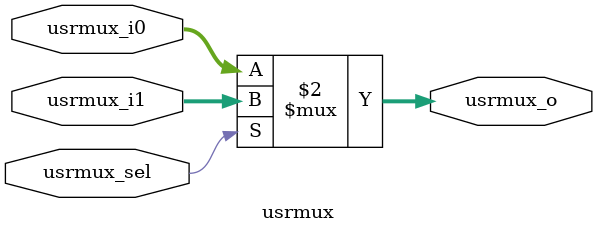
<source format=sv>
module usrmux #(
  parameter WIDTH=64
) (
  input  logic usrmux_sel,
  input  logic [WIDTH-1:0] usrmux_i0, usrmux_i1,
  output logic [WIDTH-1:0] usrmux_o
);
  // *********************************************************************
  // INTERNAL SIGNALS
  // *********************************************************************
  
  // *********************************************************************
  // ARCHITECTURE
  // *********************************************************************

  // combinational logic
  always_comb usrmux_o = usrmux_sel ? usrmux_i1 : usrmux_i0;
  
endmodule
</source>
